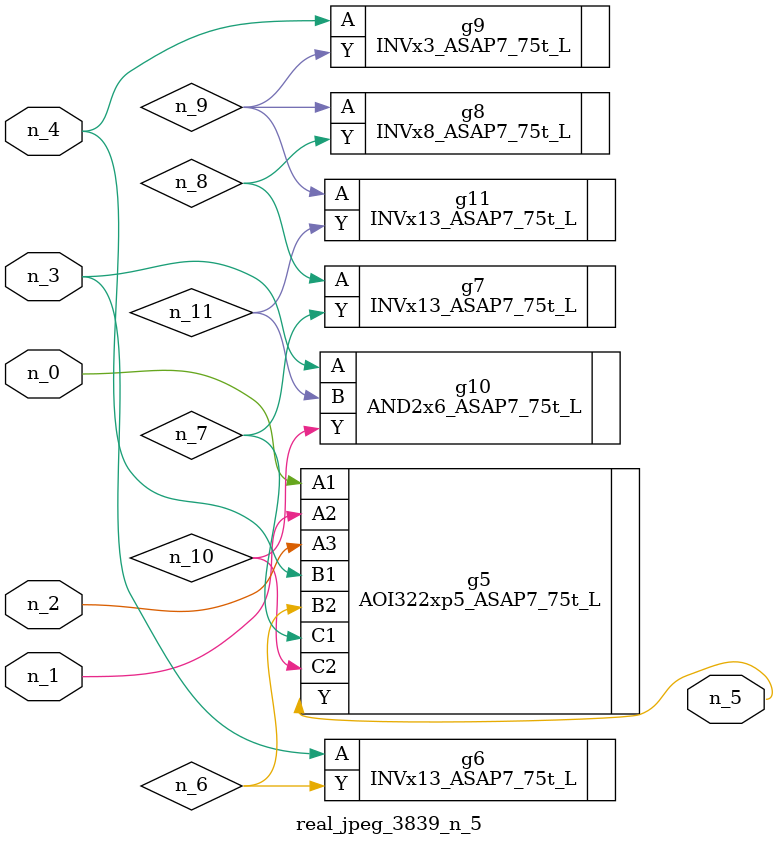
<source format=v>
module real_jpeg_3839_n_5 (n_4, n_0, n_1, n_2, n_3, n_5);

input n_4;
input n_0;
input n_1;
input n_2;
input n_3;

output n_5;

wire n_8;
wire n_11;
wire n_6;
wire n_7;
wire n_10;
wire n_9;

AOI322xp5_ASAP7_75t_L g5 ( 
.A1(n_0),
.A2(n_1),
.A3(n_2),
.B1(n_4),
.B2(n_6),
.C1(n_7),
.C2(n_10),
.Y(n_5)
);

INVx13_ASAP7_75t_L g6 ( 
.A(n_3),
.Y(n_6)
);

AND2x6_ASAP7_75t_L g10 ( 
.A(n_3),
.B(n_11),
.Y(n_10)
);

INVx3_ASAP7_75t_L g9 ( 
.A(n_4),
.Y(n_9)
);

INVx13_ASAP7_75t_L g7 ( 
.A(n_8),
.Y(n_7)
);

INVx8_ASAP7_75t_L g8 ( 
.A(n_9),
.Y(n_8)
);

INVx13_ASAP7_75t_L g11 ( 
.A(n_9),
.Y(n_11)
);


endmodule
</source>
